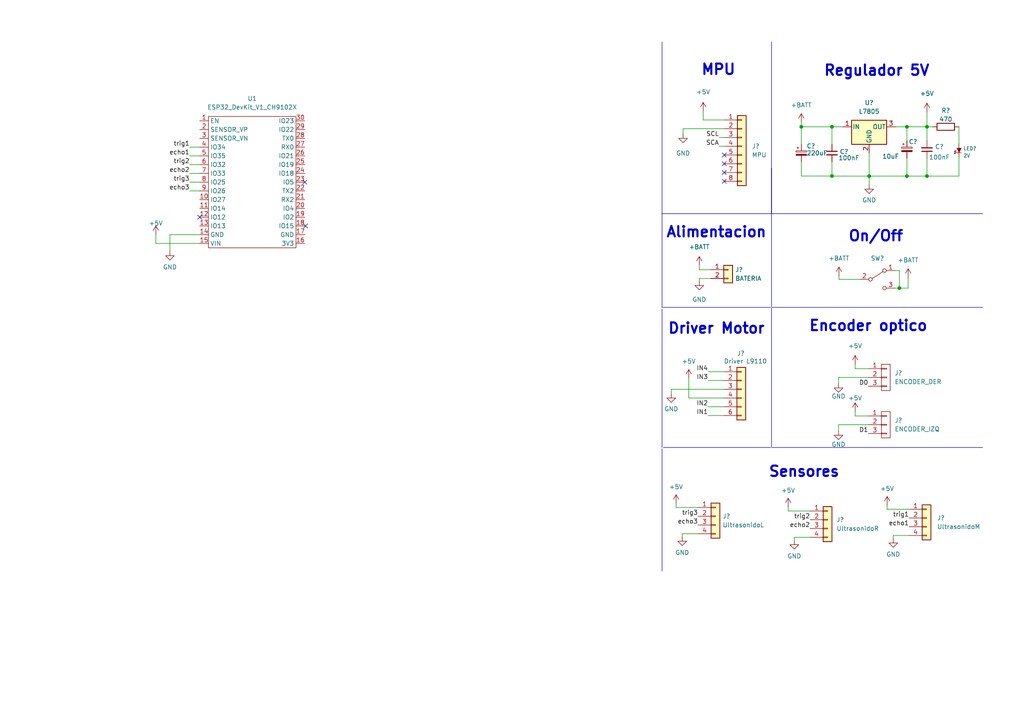
<source format=kicad_sch>
(kicad_sch (version 20230121) (generator eeschema)
  (paper "A4")
  (lib_symbols
    (symbol "+5V_1" (power) (pin_names (offset 0))
      (property "Value" "+5V_1" (at 0 3.556 0))
      (symbol "+5V_1_0_1"
        (polyline (pts (xy -0.762 1.27) (xy 0 2.54)))
        (polyline (pts (xy 0 0) (xy 0 2.54)))
        (polyline (pts (xy 0 2.54) (xy 0.762 1.27)))
      )
      (symbol "+5V_1_1_1"
        (pin power_in line (at 0 0 90) (length 0) hide (name "+5V") (number "1"))
      )
    )
    (symbol "Connector_Generic:Conn_01x02" (pin_names (offset 1.016) hide)
      (property "Reference" "J" (at 0 2.54 0))
      (property "Value" "Conn_01x02" (at 0 -5.08 0))
      (symbol "Conn_01x02_1_1"
        (rectangle (start -1.27 -2.413) (end 0 -2.667) (stroke (width 0.1524)))
        (rectangle (start -1.27 0.127) (end 0 -0.127) (stroke (width 0.1524)))
        (rectangle (start -1.27 1.27) (end 1.27 -3.81) (stroke (width 0.254)) (fill (type background)))
        (pin passive line (at -5.08 0 0) (length 3.81) (name "Pin_1") (number "1"))
        (pin passive line (at -5.08 -2.54 0) (length 3.81) (name "Pin_2") (number "2"))
      )
    )
    (symbol "Connector_Generic:Conn_01x04" (pin_names (offset 1.016) hide)
      (property "Reference" "J" (at 0 5.08 0))
      (property "Value" "Conn_01x04" (at 0 -7.62 0))
      (symbol "Conn_01x04_1_1"
        (rectangle (start -1.27 -4.953) (end 0 -5.207) (stroke (width 0.1524)))
        (rectangle (start -1.27 -2.413) (end 0 -2.667) (stroke (width 0.1524)))
        (rectangle (start -1.27 0.127) (end 0 -0.127) (stroke (width 0.1524)))
        (rectangle (start -1.27 2.667) (end 0 2.413) (stroke (width 0.1524)))
        (rectangle (start -1.27 3.81) (end 1.27 -6.35) (stroke (width 0.254)) (fill (type background)))
        (pin passive line (at -5.08 2.54 0) (length 3.81) (name "Pin_1") (number "1"))
        (pin passive line (at -5.08 0 0) (length 3.81) (name "Pin_2") (number "2"))
        (pin passive line (at -5.08 -2.54 0) (length 3.81) (name "Pin_3") (number "3"))
        (pin passive line (at -5.08 -5.08 0) (length 3.81) (name "Pin_4") (number "4"))
      )
    )
    (symbol "Connector_Generic:Conn_01x06" (pin_names (offset 1.016) hide)
      (property "Reference" "J" (at 0 7.62 0))
      (property "Value" "Conn_01x06" (at 0 -10.16 0))
      (symbol "Conn_01x06_1_1"
        (rectangle (start -1.27 -7.493) (end 0 -7.747) (stroke (width 0.1524)))
        (rectangle (start -1.27 -4.953) (end 0 -5.207) (stroke (width 0.1524)))
        (rectangle (start -1.27 -2.413) (end 0 -2.667) (stroke (width 0.1524)))
        (rectangle (start -1.27 0.127) (end 0 -0.127) (stroke (width 0.1524)))
        (rectangle (start -1.27 2.667) (end 0 2.413) (stroke (width 0.1524)))
        (rectangle (start -1.27 5.207) (end 0 4.953) (stroke (width 0.1524)))
        (rectangle (start -1.27 6.35) (end 1.27 -8.89) (stroke (width 0.254)) (fill (type background)))
        (pin passive line (at -5.08 5.08 0) (length 3.81) (name "Pin_1") (number "1"))
        (pin passive line (at -5.08 2.54 0) (length 3.81) (name "Pin_2") (number "2"))
        (pin passive line (at -5.08 0 0) (length 3.81) (name "Pin_3") (number "3"))
        (pin passive line (at -5.08 -2.54 0) (length 3.81) (name "Pin_4") (number "4"))
        (pin passive line (at -5.08 -5.08 0) (length 3.81) (name "Pin_5") (number "5"))
        (pin passive line (at -5.08 -7.62 0) (length 3.81) (name "Pin_6") (number "6"))
      )
    )
    (symbol "Connector_Generic:Conn_01x08" (pin_names (offset 1.016) hide)
      (property "Reference" "J" (at 0 10.16 0))
      (property "Value" "Conn_01x08" (at 0 -12.7 0))
      (symbol "Conn_01x08_1_1"
        (rectangle (start -1.27 -10.033) (end 0 -10.287) (stroke (width 0.1524)))
        (rectangle (start -1.27 -7.493) (end 0 -7.747) (stroke (width 0.1524)))
        (rectangle (start -1.27 -4.953) (end 0 -5.207) (stroke (width 0.1524)))
        (rectangle (start -1.27 -2.413) (end 0 -2.667) (stroke (width 0.1524)))
        (rectangle (start -1.27 0.127) (end 0 -0.127) (stroke (width 0.1524)))
        (rectangle (start -1.27 2.667) (end 0 2.413) (stroke (width 0.1524)))
        (rectangle (start -1.27 5.207) (end 0 4.953) (stroke (width 0.1524)))
        (rectangle (start -1.27 7.747) (end 0 7.493) (stroke (width 0.1524)))
        (rectangle (start -1.27 8.89) (end 1.27 -11.43) (stroke (width 0.254)) (fill (type background)))
        (pin passive line (at -5.08 7.62 0) (length 3.81) (name "Pin_1") (number "1"))
        (pin passive line (at -5.08 5.08 0) (length 3.81) (name "Pin_2") (number "2"))
        (pin passive line (at -5.08 2.54 0) (length 3.81) (name "Pin_3") (number "3"))
        (pin passive line (at -5.08 0 0) (length 3.81) (name "Pin_4") (number "4"))
        (pin passive line (at -5.08 -2.54 0) (length 3.81) (name "Pin_5") (number "5"))
        (pin passive line (at -5.08 -5.08 0) (length 3.81) (name "Pin_6") (number "6"))
        (pin passive line (at -5.08 -7.62 0) (length 3.81) (name "Pin_7") (number "7"))
        (pin passive line (at -5.08 -10.16 0) (length 3.81) (name "Pin_8") (number "8"))
      )
    )
    (symbol "Device:C_Polarized_Small" (pin_numbers hide) (pin_names (offset 0.254) hide)
      (property "Reference" "C" (at 0.254 1.778 0))
      (property "Value" "C_Polarized_Small" (at 0.254 -2.032 0))
      (symbol "C_Polarized_Small_0_1"
        (rectangle (start -1.524 -0.3048) (end 1.524 -0.6858) (fill (type outline)))
        (rectangle (start -1.524 0.6858) (end 1.524 0.3048))
        (polyline (pts (xy -1.27 1.524) (xy -0.762 1.524)))
        (polyline (pts (xy -1.016 1.27) (xy -1.016 1.778)))
      )
      (symbol "C_Polarized_Small_1_1"
        (pin passive line (at 0 2.54 270) (length 1.8542) (name "~") (number "1"))
        (pin passive line (at 0 -2.54 90) (length 1.8542) (name "~") (number "2"))
      )
    )
    (symbol "Device:C_Small" (pin_numbers hide) (pin_names (offset 0.254) hide)
      (property "Reference" "C" (at 0.254 1.778 0))
      (property "Value" "C_Small" (at 0.254 -2.032 0))
      (symbol "C_Small_0_1"
        (polyline (pts (xy -1.524 -0.508) (xy 1.524 -0.508)) (stroke (width 0.3302)))
        (polyline (pts (xy -1.524 0.508) (xy 1.524 0.508)) (stroke (width 0.3048)))
      )
      (symbol "C_Small_1_1"
        (pin passive line (at 0 2.54 270) (length 2.032) (name "~") (number "1"))
        (pin passive line (at 0 -2.54 90) (length 2.032) (name "~") (number "2"))
      )
    )
    (symbol "Device:R" (pin_numbers hide) (pin_names (offset 0))
      (property "Reference" "R" (at 2.032 0 90))
      (property "Value" "R" (at 0 0 90))
      (symbol "R_0_1"
        (rectangle (start -1.016 -2.54) (end 1.016 2.54) (stroke (width 0.254)))
      )
      (symbol "R_1_1"
        (pin passive line (at 0 3.81 270) (length 1.27) (name "~") (number "1"))
        (pin passive line (at 0 -3.81 90) (length 1.27) (name "~") (number "2"))
      )
    )
    (symbol "EESTN5:Conn_01X03" (pin_names (offset 1.016) hide)
      (property "Reference" "J" (at 0 5.08 0))
      (property "Value" "Conn_01X03" (at 0 -5.08 0))
      (symbol "Conn_01X03_0_1"
        (rectangle (start -1.27 -2.413) (end 0.254 -2.667))
        (rectangle (start -1.27 0.127) (end 0.254 -0.127))
        (rectangle (start -1.27 2.667) (end 0.254 2.413))
        (rectangle (start -1.27 3.81) (end 1.27 -3.81))
      )
      (symbol "Conn_01X03_1_1"
        (pin passive line (at -5.08 2.54 0) (length 3.81) (name "P1") (number "1"))
        (pin passive line (at -5.08 0 0) (length 3.81) (name "P2") (number "2"))
        (pin passive line (at -5.08 -2.54 0) (length 3.81) (name "P3") (number "3"))
      )
    )
    (symbol "EESTN5:ESP32_DevKit_V1_CH9102X"
      (property "Reference" "U" (at -11.43 22.86 0))
      (property "Value" "ESP32_DevKit_V1_CH9102X" (at 11.43 22.86 0))
      (symbol "ESP32_DevKit_V1_CH9102X_0_0"
        (pin bidirectional line (at 15.24 13.97 180) (length 2.54) (name "TX0") (number "28"))
        (pin bidirectional line (at 15.24 16.51 180) (length 2.54) (name "IO22") (number "29"))
        (pin bidirectional line (at 15.24 19.05 180) (length 2.54) (name "IO23") (number "30"))
      )
      (symbol "ESP32_DevKit_V1_CH9102X_0_1"
        (rectangle (start -12.7 20.32) (end 12.7 -17.78))
      )
      (symbol "ESP32_DevKit_V1_CH9102X_1_1"
        (pin input line (at -15.24 19.05 0) (length 2.54) (name "EN") (number "1"))
        (pin bidirectional line (at -15.24 -3.81 0) (length 2.54) (name "IO27") (number "10"))
        (pin bidirectional line (at -15.24 -6.35 0) (length 2.54) (name "IO14") (number "11"))
        (pin bidirectional line (at -15.24 -8.89 0) (length 2.54) (name "IO12") (number "12"))
        (pin bidirectional line (at -15.24 -11.43 0) (length 2.54) (name "IO13") (number "13"))
        (pin power_in line (at -15.24 -13.97 0) (length 2.54) (name "GND") (number "14"))
        (pin power_in line (at -15.24 -16.51 0) (length 2.54) (name "VIN") (number "15"))
        (pin power_in line (at 15.24 -16.51 180) (length 2.54) (name "3V3") (number "16"))
        (pin power_in line (at 15.24 -13.97 180) (length 2.54) (name "GND") (number "17"))
        (pin bidirectional line (at 15.24 -11.43 180) (length 2.54) (name "IO15") (number "18"))
        (pin bidirectional line (at 15.24 -8.89 180) (length 2.54) (name "IO2") (number "19"))
        (pin input line (at -15.24 16.51 0) (length 2.54) (name "SENSOR_VP") (number "2"))
        (pin bidirectional line (at 15.24 -6.35 180) (length 2.54) (name "IO4") (number "20"))
        (pin bidirectional line (at 15.24 -3.81 180) (length 2.54) (name "RX2") (number "21"))
        (pin bidirectional line (at 15.24 -1.27 180) (length 2.54) (name "TX2") (number "22"))
        (pin bidirectional line (at 15.24 1.27 180) (length 2.54) (name "IO5") (number "23"))
        (pin bidirectional line (at 15.24 3.81 180) (length 2.54) (name "IO18") (number "24"))
        (pin bidirectional line (at 15.24 6.35 180) (length 2.54) (name "IO19") (number "25"))
        (pin bidirectional line (at 15.24 8.89 180) (length 2.54) (name "IO21") (number "26"))
        (pin bidirectional line (at 15.24 11.43 180) (length 2.54) (name "RX0") (number "27"))
        (pin input line (at -15.24 13.97 0) (length 2.54) (name "SENSOR_VN") (number "3"))
        (pin input line (at -15.24 11.43 0) (length 2.54) (name "IO34") (number "4"))
        (pin input line (at -15.24 8.89 0) (length 2.54) (name "IO35") (number "5"))
        (pin bidirectional line (at -15.24 6.35 0) (length 2.54) (name "IO32") (number "6"))
        (pin bidirectional line (at -15.24 3.81 0) (length 2.54) (name "IO33") (number "7"))
        (pin bidirectional line (at -15.24 1.27 0) (length 2.54) (name "IO25") (number "8"))
        (pin bidirectional line (at -15.24 -1.27 0) (length 2.54) (name "IO26") (number "9"))
      )
    )
    (symbol "EESTN5:LED" (pin_numbers hide) (pin_names (offset 1.016) hide)
      (property "Reference" "LED" (at 0 2.54 0))
      (property "Value" "LED" (at 0 -2.54 0))
      (symbol "LED_0_1"
        (polyline (pts (xy 0.508 -0.762) (xy 1.016 -1.27) (xy 1.016 -1.27)))
        (polyline (pts (xy 1.016 -0.762) (xy 1.524 -1.27) (xy 1.524 -1.27)))
        (polyline (pts (xy 1.27 -0.635) (xy 1.27 0.635) (xy 1.27 0.635)))
        (polyline (pts (xy 1.27 0) (xy 0 0.635) (xy 0 -0.635) (xy 0 -0.635)) (fill (type outline)))
        (polyline (pts (xy 1.524 -1.27) (xy 1.27 -1.27) (xy 1.524 -1.016) (xy 1.524 -1.27) (xy 1.524 -1.27)) (fill (type outline)))
        (polyline (pts (xy 1.016 -1.27) (xy 0.762 -1.27) (xy 1.016 -1.016) (xy 1.016 -1.27) (xy 1.016 -1.27) (xy 1.016 -1.27)) (fill (type outline)))
      )
      (symbol "LED_1_1"
        (pin passive line (at -1.27 0 0) (length 1.27) (name "A") (number "1"))
        (pin passive line (at 2.54 0 180) (length 1.27) (name "K") (number "2"))
      )
    )
    (symbol "EESTN5:SW_SPDT" (pin_names (offset 0) hide)
      (property "Reference" "SW" (at 0 4.318 0))
      (symbol "SW_SPDT_0_0"
        (circle (center -2.032 0) (radius 0.508))
        (circle (center 2.032 -2.54) (radius 0.508))
      )
      (symbol "SW_SPDT_0_1"
        (polyline (pts (xy -1.524 0.254) (xy 1.651 2.286)))
        (circle (center 2.032 2.54) (radius 0.508))
      )
      (symbol "SW_SPDT_1_1"
        (pin passive line (at 5.08 2.54 180) (length 2.54) (name "A") (number "1"))
        (pin passive line (at -5.08 0 0) (length 2.54) (name "B") (number "2"))
        (pin passive line (at 5.08 -2.54 180) (length 2.54) (name "C") (number "3"))
      )
    )
    (symbol "GND_1" (power) (pin_names (offset 0))
      (property "Value" "GND_1" (at 0 -3.81 0))
      (symbol "GND_1_0_1"
        (polyline (pts (xy 0 0) (xy 0 -1.27) (xy 1.27 -1.27) (xy 0 -2.54) (xy -1.27 -1.27) (xy 0 -1.27)))
      )
      (symbol "GND_1_1_1"
        (pin power_in line (at 0 0 270) (length 0) hide (name "GND") (number "1"))
      )
    )
    (symbol "Regulator_Linear:L7805" (pin_names (offset 0.254))
      (property "Reference" "U" (at -3.81 3.175 0))
      (property "Value" "L7805" (at 0 3.175 0))
      (symbol "L7805_0_1"
        (rectangle (start -5.08 1.905) (end 5.08 -5.08) (stroke (width 0.254)) (fill (type background)))
      )
      (symbol "L7805_1_1"
        (pin power_in line (at -7.62 0 0) (length 2.54) (name "IN") (number "1"))
        (pin power_in line (at 0 -7.62 90) (length 2.54) (name "GND") (number "2"))
        (pin power_out line (at 7.62 0 180) (length 2.54) (name "OUT") (number "3"))
      )
    )
    (symbol "power:+5V" (power) (pin_names (offset 0))
      (property "Value" "+5V" (at 0 3.556 0))
      (symbol "+5V_0_1"
        (polyline (pts (xy -0.762 1.27) (xy 0 2.54)))
        (polyline (pts (xy 0 0) (xy 0 2.54)))
        (polyline (pts (xy 0 2.54) (xy 0.762 1.27)))
      )
      (symbol "+5V_1_1"
        (pin power_in line (at 0 0 90) (length 0) hide (name "+5V") (number "1"))
      )
    )
    (symbol "power:+BATT" (power) (pin_names (offset 0))
      (property "Value" "+BATT" (at 0 3.556 0))
      (symbol "+BATT_0_1"
        (polyline (pts (xy -0.762 1.27) (xy 0 2.54)))
        (polyline (pts (xy 0 0) (xy 0 2.54)))
        (polyline (pts (xy 0 2.54) (xy 0.762 1.27)))
      )
      (symbol "+BATT_1_1"
        (pin power_in line (at 0 0 90) (length 0) hide (name "+BATT") (number "1"))
      )
    )
    (symbol "power:GND" (power) (pin_names (offset 0))
      (property "Value" "GND" (at 0 -3.81 0))
      (symbol "GND_0_1"
        (polyline (pts (xy 0 0) (xy 0 -1.27) (xy 1.27 -1.27) (xy 0 -2.54) (xy -1.27 -1.27) (xy 0 -1.27)))
      )
      (symbol "GND_1_1"
        (pin power_in line (at 0 0 270) (length 0) hide (name "GND") (number "1"))
      )
    )
  )
  (junction (at 241.3 36.7792))
  (junction (at 268.859 36.7792))
  (junction (at 252.095 51.0794))
  (junction (at 263.0424 36.7792))
  (junction (at 241.3 51.054))
  (junction (at 232.41 36.7792))
  (junction (at 260.858 83.566))
  (junction (at 263.0424 51.0794))
  (junction (at 268.859 51.0794))
  (no_connect (at 88.392 52.832))
  (no_connect (at 210.058 50.038))
  (no_connect (at 210.058 47.498))
  (no_connect (at 88.646 65.532))
  (no_connect (at 57.912 62.992))
  (no_connect (at 210.058 52.578))
  (no_connect (at 210.058 44.958))
  (wire (pts (xy 54.991 50.292) (xy 57.912 50.292)))
  (wire (pts (xy 202.438 147.193) (xy 196.088 147.193)))
  (polyline (pts (xy 223.774 12.192) (xy 223.774 61.976)))
  (wire (pts (xy 199.771 109.728) (xy 199.771 115.443)))
  (wire (pts (xy 243.205 123.19) (xy 243.205 124.968)))
  (polyline (pts (xy 192.024 89.154) (xy 223.52 89.154)))
  (wire (pts (xy 241.3 36.7792) (xy 241.3 41.8592)))
  (wire (pts (xy 252.095 44.3992) (xy 252.095 51.0794)))
  (wire (pts (xy 209.931 110.363) (xy 205.359 110.363)))
  (wire (pts (xy 54.991 45.212) (xy 57.912 45.212)))
  (polyline (pts (xy 192.024 12.192) (xy 192.024 61.976)))
  (wire (pts (xy 268.859 36.7792) (xy 268.859 40.8432)))
  (polyline (pts (xy 223.774 61.976) (xy 284.988 61.976)))
  (wire (pts (xy 232.41 46.9392) (xy 232.41 51.054)))
  (wire (pts (xy 45.212 68.072) (xy 45.212 70.612)))
  (wire (pts (xy 54.991 52.832) (xy 57.912 52.832)))
  (polyline (pts (xy 192.024 61.976) (xy 192.024 89.154)))
  (wire (pts (xy 259.588 78.486) (xy 260.858 78.486)))
  (wire (pts (xy 268.859 45.9232) (xy 268.859 51.0794)))
  (wire (pts (xy 194.691 112.903) (xy 194.691 114.173)))
  (wire (pts (xy 243.205 109.474) (xy 243.205 111.252)))
  (wire (pts (xy 248.031 105.664) (xy 248.031 106.934)))
  (wire (pts (xy 199.771 115.443) (xy 209.931 115.443)))
  (wire (pts (xy 251.841 123.19) (xy 243.205 123.19)))
  (wire (pts (xy 196.088 146.05) (xy 196.088 147.193)))
  (wire (pts (xy 263.0424 36.7792) (xy 263.0424 40.7924)))
  (wire (pts (xy 205.359 117.983) (xy 209.931 117.983)))
  (wire (pts (xy 206.121 80.772) (xy 202.819 80.772)))
  (wire (pts (xy 209.931 107.823) (xy 205.359 107.823)))
  (wire (pts (xy 197.866 154.813) (xy 197.866 155.702)))
  (wire (pts (xy 241.3 51.0794) (xy 252.095 51.0794)))
  (wire (pts (xy 57.912 68.072) (xy 49.276 68.072)))
  (wire (pts (xy 248.031 119.38) (xy 248.031 120.65)))
  (wire (pts (xy 232.41 41.8592) (xy 232.41 36.7792)))
  (polyline (pts (xy 223.647 61.976) (xy 192.024 61.976)))
  (wire (pts (xy 234.95 155.829) (xy 230.378 155.829)))
  (wire (pts (xy 268.859 36.7792) (xy 270.51 36.7792)))
  (wire (pts (xy 232.41 36.7792) (xy 241.3 36.7792)))
  (wire (pts (xy 251.841 120.65) (xy 248.031 120.65)))
  (wire (pts (xy 194.691 112.903) (xy 209.931 112.903)))
  (wire (pts (xy 278.13 36.7792) (xy 278.13 41.7322)))
  (wire (pts (xy 203.962 32.258) (xy 203.962 34.798)))
  (polyline (pts (xy 223.774 129.794) (xy 284.988 129.794)))
  (wire (pts (xy 251.841 109.474) (xy 243.205 109.474)))
  (wire (pts (xy 263.0424 45.8724) (xy 263.0424 51.0794)))
  (wire (pts (xy 257.302 146.558) (xy 257.302 147.701)))
  (wire (pts (xy 241.3 51.054) (xy 241.3 51.0794)))
  (wire (pts (xy 259.715 36.7792) (xy 263.0424 36.7792)))
  (wire (pts (xy 241.3 36.7792) (xy 244.475 36.7792)))
  (wire (pts (xy 232.41 35.5092) (xy 232.41 36.7792)))
  (wire (pts (xy 263.0424 36.7792) (xy 268.859 36.7792)))
  (wire (pts (xy 54.991 47.752) (xy 57.912 47.752)))
  (wire (pts (xy 263.652 147.701) (xy 257.302 147.701)))
  (wire (pts (xy 208.534 42.418) (xy 210.058 42.418)))
  (wire (pts (xy 259.588 83.566) (xy 260.858 83.566)))
  (wire (pts (xy 232.41 51.054) (xy 241.3 51.054)))
  (wire (pts (xy 49.276 68.072) (xy 49.276 72.898)))
  (polyline (pts (xy 192.024 89.662) (xy 192.024 129.794)))
  (wire (pts (xy 259.08 155.321) (xy 259.08 156.21)))
  (wire (pts (xy 263.0424 51.0794) (xy 268.859 51.0794)))
  (wire (pts (xy 263.652 155.321) (xy 259.08 155.321)))
  (wire (pts (xy 252.095 53.594) (xy 252.095 51.0794)))
  (wire (pts (xy 202.819 80.772) (xy 202.819 81.534)))
  (wire (pts (xy 249.428 81.026) (xy 243.332 81.026)))
  (wire (pts (xy 241.3 46.9392) (xy 241.3 51.054)))
  (wire (pts (xy 230.378 155.829) (xy 230.378 156.718)))
  (wire (pts (xy 278.13 45.5422) (xy 278.13 51.0794)))
  (polyline (pts (xy 192.024 130.175) (xy 192.024 165.608)))
  (polyline (pts (xy 223.774 48.768) (xy 223.774 88.9)))
  (wire (pts (xy 263.398 80.518) (xy 263.398 83.566)))
  (wire (pts (xy 260.858 78.486) (xy 260.858 83.566)))
  (wire (pts (xy 251.841 106.934) (xy 248.031 106.934)))
  (wire (pts (xy 45.212 70.612) (xy 57.912 70.612)))
  (polyline (pts (xy 223.774 89.154) (xy 284.988 89.154)))
  (polyline (pts (xy 223.774 89.408) (xy 223.774 129.54)))
  (wire (pts (xy 210.058 37.338) (xy 198.12 37.338)))
  (wire (pts (xy 252.095 51.0794) (xy 263.0424 51.0794)))
  (wire (pts (xy 54.991 55.372) (xy 57.912 55.372)))
  (wire (pts (xy 209.931 120.523) (xy 205.359 120.523)))
  (wire (pts (xy 260.858 83.566) (xy 263.398 83.566)))
  (wire (pts (xy 202.438 154.813) (xy 197.866 154.813)))
  (wire (pts (xy 202.819 76.962) (xy 202.819 78.232)))
  (wire (pts (xy 54.991 42.672) (xy 57.912 42.672)))
  (wire (pts (xy 243.332 80.01) (xy 243.332 81.026)))
  (wire (pts (xy 228.6 147.066) (xy 228.6 148.209)))
  (wire (pts (xy 268.859 32.4866) (xy 268.859 36.7792)))
  (wire (pts (xy 206.121 78.232) (xy 202.819 78.232)))
  (wire (pts (xy 198.12 37.338) (xy 198.12 38.862)))
  (wire (pts (xy 208.534 39.878) (xy 210.058 39.878)))
  (wire (pts (xy 268.859 51.0794) (xy 278.13 51.0794)))
  (wire (pts (xy 234.95 148.209) (xy 228.6 148.209)))
  (polyline (pts (xy 192.405 129.794) (xy 223.52 129.794)))
  (wire (pts (xy 210.058 34.798) (xy 203.962 34.798)))
  (text "Sensores" (at 222.758 138.684 0) (effects (font (size 3 3) bold) (justify left bottom)))
  (text "Driver Motor\n" (at 193.548 97.155 0) (effects (font (size 3 3) bold) (justify left bottom)))
  (text "Encoder optico\n" (at 234.442 96.393 0) (effects (font (size 3 3) bold) (justify left bottom)))
  (text "Alimentacion\n\n\n" (at 193.04 78.867 0) (effects (font (size 3 3) bold) (justify left bottom)))
  (text "MPU" (at 203.2 22.098 0) (effects (font (size 3 3) (thickness 0.6) bold) (justify left bottom)))
  (text "On/Off" (at 245.872 70.358 0) (effects (font (size 3 3) bold) (justify left bottom)))
  (text "Regulador 5V" (at 238.76 22.352 0) (effects (font (size 3 3) (thickness 0.6) bold) (justify left bottom)))
  (label "trig2" (at 54.991 47.752 180))
  (label "IN4" (at 205.359 107.823 180))
  (label "D1" (at 251.841 125.73 180))
  (label "IN3" (at 205.359 110.363 180))
  (label "trig1" (at 263.652 150.241 180))
  (label "trig1" (at 54.991 42.672 180))
  (label "trig3" (at 202.438 149.733 180))
  (label "echo2" (at 54.991 50.292 180))
  (label "echo3" (at 202.438 152.273 180))
  (label "echo3" (at 54.991 55.372 180))
  (label "trig2" (at 234.95 150.749 180))
  (label "echo1" (at 54.991 45.212 180))
  (label "echo2" (at 234.95 153.289 180))
  (label "IN2" (at 205.359 117.983 180))
  (label "echo1" (at 263.652 152.781 180))
  (label "SCL" (at 208.534 39.878 180))
  (label "SCA" (at 208.534 42.418 180))
  (label "IN1" (at 205.359 120.523 180))
  (label "D0" (at 251.841 112.014 180))
  (label "trig3" (at 54.991 52.832 180))
  (symbol (lib_id "Regulator_Linear:L7805") (at 252.095 36.7792 0) (unit 1)
    (property "Reference" "U?" (at 252.095 29.7942 0))
    (property "Value" "L7805" (at 252.095 32.3342 0))
    (property "Footprint" "EESTN5:to220" (effects hide))
    (property "Datasheet" "http://www.st.com/content/ccc/resource/technical/document/datasheet/41/4f/b3/b0/12/d4/47/88/CD00000444.pdf/files/CD00000444.pdf/jcr:content/translations/en.CD00000444.pdf" (effects hide))
  )
  (symbol (lib_id "power:GND") (at 194.691 114.173 0) (unit 1)
    (property "Reference" "#PWR?" (effects hide))
    (property "Value" "GND" (at 194.691 118.6164 0))
  )
  (symbol (lib_id "power:GND") (at 230.378 156.718 0) (unit 1)
    (property "Reference" "#PWR?" (effects hide))
    (property "Value" "GND" (at 230.378 161.29 0))
  )
  (symbol (lib_id "Device:C_Polarized_Small") (at 263.0424 43.3324 0) (unit 1)
    (property "Reference" "C?" (at 263.5504 41.1226 0) (effects (justify left)))
    (property "Value" "10uF" (at 255.8796 45.3644 0) (effects (justify left)))
    (property "Footprint" "EESTN5:C_1206" (effects hide))
  )
  (symbol (lib_id "power:+5V") (at 248.031 119.38 0) (unit 1)
    (property "Reference" "#PWR?" (effects hide))
    (property "Value" "+5V" (at 248.031 115.443 0))
  )
  (symbol (lib_id "Device:C_Small") (at 268.859 43.3832 180) (unit 1)
    (property "Reference" "C?" (at 271.1831 42.5421 0) (effects (justify right)))
    (property "Value" "100nF" (at 269.4178 45.6184 0) (effects (justify right)))
    (property "Footprint" "Capacitor_SMD:C_0805_2012Metric_Pad1.18x1.45mm_HandSolder" (effects hide))
  )
  (symbol (lib_id "power:+BATT") (at 232.41 35.5092 0) (unit 1)
    (property "Reference" "#PWR?" (effects hide))
    (property "Value" "+BATT" (at 232.41 30.48 0))
  )
  (symbol (lib_id "Device:C_Polarized_Small") (at 232.41 44.3992 0) (unit 1)
    (property "Reference" "C?" (at 233.934 42.3672 0) (effects (justify left)))
    (property "Value" "220uF" (at 233.934 44.3992 0) (effects (justify left)))
    (property "Footprint" "EESTN5:C_1206" (effects hide))
  )
  (symbol (lib_id "power:GND") (at 252.095 53.594 0) (unit 1)
    (property "Reference" "#PWR?" (effects hide))
    (property "Value" "GND" (at 252.095 58.0374 0))
  )
  (symbol (lib_id "power:GND") (at 259.08 156.21 0) (unit 1)
    (property "Reference" "#PWR?" (effects hide))
    (property "Value" "GND" (at 259.08 160.782 0))
  )
  (symbol (lib_id "Connector_Generic:Conn_01x04") (at 268.732 150.241 0) (unit 1)
    (property "Reference" "J?" (at 271.78 150.2409 0) (effects (justify left)))
    (property "Value" "UltrasonidoM" (at 271.78 152.7809 0) (effects (justify left)))
  )
  (symbol (lib_id "EESTN5:SW_SPDT") (at 254.508 81.026 0) (unit 1)
    (property "Reference" "SW?" (at 254.508 74.93 0))
    (property "Value" "SW_SPDT" (effects hide))
  )
  (symbol (lib_id "EESTN5:LED") (at 278.13 43.0022 270) (unit 1)
    (property "Reference" "LED?" (at 279.4 43.0711 90) (effects (font (size 1.016 1.016)) (justify left)))
    (property "Value" "2V" (at 279.4 45.1515 90) (effects (font (size 1.016 1.016)) (justify left)))
    (property "Footprint" "EESTN5:Led_0805" (effects hide))
  )
  (symbol (lib_id "power:+5V") (at 268.859 32.4866 0) (unit 1)
    (property "Reference" "#PWR?" (effects hide))
    (property "Value" "+5V" (at 268.859 27.1272 0))
  )
  (symbol (lib_id "EESTN5:ESP32_DevKit_V1_CH9102X") (at 73.152 54.102 0) (unit 1)
    (property "Reference" "U1" (at 73.152 28.575 0))
    (property "Value" "ESP32_DevKit_V1_CH9102X" (at 73.152 31.115 0))
    (property "Footprint" "EESTN5:ESP32_DevKit_V1_CH9102X" (effects hide))
  )
  (symbol (lib_id "power:+5V") (at 228.6 147.066 0) (unit 1)
    (property "Reference" "#PWR?" (effects hide))
    (property "Value" "+5V" (at 228.6 142.24 0))
  )
  (symbol (lib_id "power:+5V") (at 257.302 146.558 0) (unit 1)
    (property "Reference" "#PWR?" (effects hide))
    (property "Value" "+5V" (at 257.302 141.732 0))
  )
  (symbol (lib_id "power:GND") (at 243.205 124.968 0) (unit 1)
    (property "Reference" "#PWR?" (effects hide))
    (property "Value" "GND" (at 243.205 128.905 0))
  )
  (symbol (lib_name "GND_1") (lib_id "power:GND") (at 49.276 72.898 0) (unit 1)
    (property "Reference" "#PWR02" (effects hide))
    (property "Value" "GND" (at 49.276 77.47 0))
  )
  (symbol (lib_id "EESTN5:Conn_01X03") (at 256.921 123.19 0) (unit 1)
    (property "Reference" "J?" (at 259.461 121.9199 0) (effects (justify left)))
    (property "Value" "ENCODER_IZQ" (at 259.461 124.4599 0) (effects (justify left)))
  )
  (symbol (lib_id "Connector_Generic:Conn_01x04") (at 240.03 150.749 0) (unit 1)
    (property "Reference" "J?" (at 242.57 150.7489 0) (effects (justify left)))
    (property "Value" "UltrasonidoR" (at 242.57 153.2889 0) (effects (justify left)))
  )
  (symbol (lib_id "power:GND") (at 198.12 38.862 0) (unit 1)
    (property "Reference" "#PWR?" (effects hide))
    (property "Value" "GND" (at 198.12 44.45 0))
  )
  (symbol (lib_id "power:+BATT") (at 243.332 80.01 0) (unit 1)
    (property "Reference" "#PWR?" (effects hide))
    (property "Value" "+BATT" (at 243.332 74.93 0))
  )
  (symbol (lib_id "power:+5V") (at 248.031 105.664 0) (unit 1)
    (property "Reference" "#PWR?" (effects hide))
    (property "Value" "+5V" (at 248.031 100.33 0))
  )
  (symbol (lib_id "power:+5V") (at 196.088 146.05 0) (unit 1)
    (property "Reference" "#PWR?" (effects hide))
    (property "Value" "+5V" (at 196.088 141.224 0))
  )
  (symbol (lib_id "Device:C_Small") (at 241.3 44.3992 0) (unit 1)
    (property "Reference" "C?" (at 243.5352 43.9928 0) (effects (justify left)))
    (property "Value" "100nF" (at 243.1542 45.7962 0) (effects (justify left)))
    (property "Footprint" "Capacitor_SMD:C_0805_2012Metric_Pad1.18x1.45mm_HandSolder" (effects hide))
  )
  (symbol (lib_id "power:GND") (at 243.205 111.252 0) (unit 1)
    (property "Reference" "#PWR?" (effects hide))
    (property "Value" "GND" (at 243.205 114.935 0))
  )
  (symbol (lib_id "Connector_Generic:Conn_01x04") (at 207.518 149.733 0) (unit 1)
    (property "Reference" "J?" (at 209.55 149.7329 0) (effects (justify left)))
    (property "Value" "UltrasonidoL" (at 209.55 152.2729 0) (effects (justify left)))
  )
  (symbol (lib_id "Connector_Generic:Conn_01x06") (at 215.011 112.903 0) (unit 1)
    (property "Reference" "J?" (at 213.741 102.489 0) (effects (justify left)))
    (property "Value" "Driver L9110" (at 209.931 104.7719 0) (effects (justify left)))
    (property "Footprint" "EESTN5:Pin_Header_6" (effects hide))
  )
  (symbol (lib_id "EESTN5:Conn_01X03") (at 256.921 109.474 0) (unit 1)
    (property "Reference" "J?" (at 259.461 108.2039 0) (effects (justify left)))
    (property "Value" "ENCODER_DER" (at 259.461 110.7439 0) (effects (justify left)))
  )
  (symbol (lib_name "+5V_1") (lib_id "power:+5V") (at 45.212 68.072 0) (unit 1)
    (property "Reference" "#PWR01" (effects hide))
    (property "Value" "+5V" (at 45.212 64.77 0))
  )
  (symbol (lib_id "Connector_Generic:Conn_01x08") (at 215.138 42.418 0) (unit 1)
    (property "Reference" "J?" (at 218.059 42.4179 0) (effects (justify left)))
    (property "Value" "MPU" (at 218.059 44.9579 0) (effects (justify left)))
  )
  (symbol (lib_id "Connector_Generic:Conn_01x02") (at 211.201 78.232 0) (unit 1)
    (property "Reference" "J?" (at 213.233 78.2319 0) (effects (justify left)))
    (property "Value" "BATERIA" (at 213.233 80.7719 0) (effects (justify left)))
  )
  (symbol (lib_id "power:+BATT") (at 202.819 76.962 0) (unit 1)
    (property "Reference" "#PWR?" (effects hide))
    (property "Value" "+BATT" (at 202.819 71.628 0))
  )
  (symbol (lib_id "Device:R") (at 274.32 36.7792 270) (unit 1)
    (property "Reference" "R?" (at 274.32 32.0634 90))
    (property "Value" "470" (at 274.32 34.6003 90))
    (property "Footprint" "EESTN5:R_0805" (effects hide))
  )
  (symbol (lib_id "power:+BATT") (at 263.398 80.518 0) (unit 1)
    (property "Reference" "#PWR?" (effects hide))
    (property "Value" "+BATT" (at 263.398 75.438 0))
  )
  (symbol (lib_id "power:+5V") (at 203.962 32.258 0) (unit 1)
    (property "Reference" "#PWR?" (effects hide))
    (property "Value" "+5V" (at 203.962 26.67 0))
  )
  (symbol (lib_id "power:GND") (at 197.866 155.702 0) (unit 1)
    (property "Reference" "#PWR?" (effects hide))
    (property "Value" "GND" (at 197.866 160.274 0))
  )
  (symbol (lib_id "power:+5V") (at 199.771 109.728 0) (unit 1)
    (property "Reference" "#PWR?" (effects hide))
    (property "Value" "+5V" (at 199.771 104.8004 0))
  )
  (symbol (lib_id "power:GND") (at 202.819 81.534 0) (unit 1)
    (property "Reference" "#PWR?" (effects hide))
    (property "Value" "GND" (at 202.819 86.868 0))
  )
)
</source>
